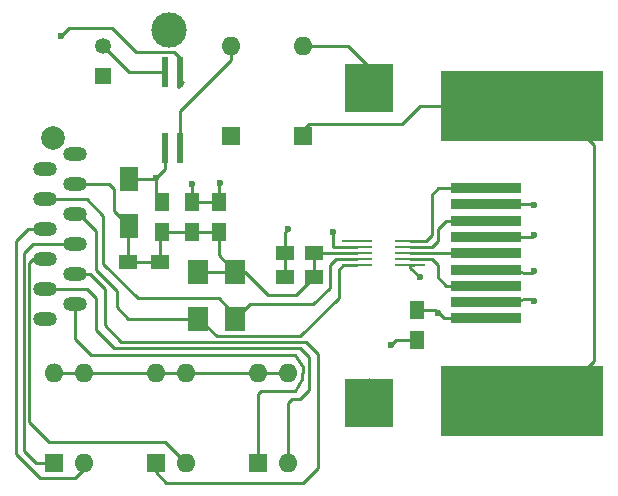
<source format=gbr>
G04 #@! TF.FileFunction,Copper,L1,Top,Signal*
%FSLAX46Y46*%
G04 Gerber Fmt 4.6, Leading zero omitted, Abs format (unit mm)*
G04 Created by KiCad (PCBNEW 4.0.5) date 02/15/17 17:48:56*
%MOMM*%
%LPD*%
G01*
G04 APERTURE LIST*
%ADD10C,0.100000*%
%ADD11R,2.500000X0.270000*%
%ADD12R,4.064000X4.064000*%
%ADD13R,1.600000X2.000000*%
%ADD14C,3.000000*%
%ADD15R,1.600000X1.600000*%
%ADD16O,1.600000X1.600000*%
%ADD17R,1.700000X2.000000*%
%ADD18R,1.250000X1.500000*%
%ADD19R,1.500000X1.250000*%
%ADD20R,1.500000X1.300000*%
%ADD21R,13.700000X6.000000*%
%ADD22R,6.000000X0.940000*%
%ADD23C,3.500000*%
%ADD24R,0.600000X2.500000*%
%ADD25R,1.350000X1.350000*%
%ADD26C,1.350000*%
%ADD27O,2.000000X1.200000*%
%ADD28C,2.000000*%
%ADD29C,0.600000*%
%ADD30C,0.250000*%
G04 APERTURE END LIST*
D10*
D11*
X185710000Y-107680000D03*
X190210000Y-107680000D03*
X185710000Y-107180000D03*
X190210000Y-107180000D03*
X185710000Y-106680000D03*
X190210000Y-106680000D03*
X185710000Y-106180000D03*
X190210000Y-106180000D03*
X185710000Y-105680000D03*
X190210000Y-105680000D03*
D12*
X186690000Y-119380000D03*
X186690000Y-92710000D03*
D13*
X166370000Y-104362000D03*
X166370000Y-100362000D03*
D14*
X169799000Y-87757000D03*
D15*
X168656000Y-124460000D03*
D16*
X171196000Y-116840000D03*
X171196000Y-124460000D03*
X168656000Y-116840000D03*
D15*
X181102000Y-96774000D03*
D16*
X181102000Y-89154000D03*
D15*
X160020000Y-124460000D03*
D16*
X162560000Y-116840000D03*
X162560000Y-124460000D03*
X160020000Y-116840000D03*
D15*
X177292000Y-124460000D03*
D16*
X179832000Y-116840000D03*
X179832000Y-124460000D03*
X177292000Y-116840000D03*
D15*
X175006000Y-96774000D03*
D16*
X175006000Y-89154000D03*
D17*
X172212000Y-108236000D03*
X172212000Y-112236000D03*
X175387000Y-108236000D03*
X175387000Y-112236000D03*
D18*
X171704000Y-104882000D03*
X171704000Y-102382000D03*
X173990000Y-104882000D03*
X173990000Y-102382000D03*
X190754000Y-111526000D03*
X190754000Y-114026000D03*
X169164000Y-104882000D03*
X169164000Y-102382000D03*
D19*
X182098000Y-108712000D03*
X179598000Y-108712000D03*
X182098000Y-106680000D03*
X179598000Y-106680000D03*
D20*
X166290000Y-107442000D03*
X168990000Y-107442000D03*
D21*
X199684000Y-119180000D03*
D22*
X196604000Y-103920000D03*
X196604000Y-102540000D03*
X196604000Y-105300000D03*
X196604000Y-106680000D03*
X196604000Y-101160000D03*
X196604000Y-112200000D03*
X196604000Y-110820000D03*
X196604000Y-109440000D03*
X196604000Y-108060000D03*
D21*
X199684000Y-94180000D03*
D23*
X197104000Y-94180000D03*
X197104000Y-119180000D03*
D24*
X170688000Y-97790000D03*
X170688000Y-91376500D03*
X169418000Y-97790000D03*
X169418000Y-91376500D03*
D25*
X164211000Y-91694000D03*
D26*
X164211000Y-89154000D03*
D27*
X161798000Y-98298000D03*
X159258000Y-99568000D03*
X161798000Y-100838000D03*
X159258000Y-102108000D03*
X161798000Y-103378000D03*
X159258000Y-104648000D03*
X161798000Y-105918000D03*
X159258000Y-107188000D03*
X161798000Y-108458000D03*
X159258000Y-109728000D03*
X161798000Y-110998000D03*
X159258000Y-112268000D03*
D28*
X159998000Y-96948000D03*
D29*
X188595000Y-114427000D03*
X186690000Y-119380000D03*
X174117000Y-100711000D03*
X200660000Y-110744000D03*
X200660000Y-108204000D03*
X200660000Y-105156000D03*
X200660000Y-102616000D03*
X171704000Y-100838000D03*
X183642000Y-104902000D03*
X179832000Y-104648000D03*
X168656000Y-100330000D03*
X192532000Y-111760000D03*
X191008000Y-108712000D03*
X200600000Y-117500000D03*
X160655000Y-88297000D03*
D30*
X161798000Y-100838000D02*
X164719000Y-100838000D01*
X165100000Y-103092000D02*
X166370000Y-104362000D01*
X165100000Y-101219000D02*
X165100000Y-103092000D01*
X164719000Y-100838000D02*
X165100000Y-101219000D01*
X175387000Y-108236000D02*
X176181000Y-108236000D01*
X176181000Y-108236000D02*
X178181000Y-110236000D01*
X180574000Y-110236000D02*
X182098000Y-108712000D01*
X178181000Y-110236000D02*
X180574000Y-110236000D01*
X172212000Y-108236000D02*
X175387000Y-108236000D01*
X173990000Y-104882000D02*
X173990000Y-106839000D01*
X173990000Y-106839000D02*
X175387000Y-108236000D01*
X171704000Y-104882000D02*
X173990000Y-104882000D01*
X169164000Y-104882000D02*
X171704000Y-104882000D01*
X168990000Y-107442000D02*
X166290000Y-107442000D01*
X166290000Y-107442000D02*
X166290000Y-104442000D01*
X166290000Y-104442000D02*
X166370000Y-104362000D01*
X173736000Y-105136000D02*
X173482000Y-104882000D01*
X169164000Y-104882000D02*
X168990000Y-105056000D01*
X168990000Y-105056000D02*
X168990000Y-107442000D01*
X182098000Y-106680000D02*
X185710000Y-106680000D01*
X182098000Y-108712000D02*
X182098000Y-106680000D01*
X169418000Y-97790000D02*
X169418000Y-99568000D01*
X169418000Y-99568000D02*
X168656000Y-100330000D01*
X188996000Y-114026000D02*
X190754000Y-114026000D01*
X188595000Y-114427000D02*
X188996000Y-114026000D01*
X173990000Y-102382000D02*
X173990000Y-100838000D01*
X173990000Y-100838000D02*
X174117000Y-100711000D01*
X171704000Y-102382000D02*
X173990000Y-102382000D01*
X186690000Y-92710000D02*
X186690000Y-90932000D01*
X186690000Y-90932000D02*
X184912000Y-89154000D01*
X184912000Y-89154000D02*
X181102000Y-89154000D01*
X186690000Y-119380000D02*
X186690000Y-117348000D01*
X195834000Y-110820000D02*
X200482000Y-110566000D01*
X200482000Y-110566000D02*
X200660000Y-110744000D01*
X195834000Y-108060000D02*
X200550000Y-108314000D01*
X200550000Y-108314000D02*
X200660000Y-108204000D01*
X200516000Y-105300000D02*
X195834000Y-105300000D01*
X200660000Y-105156000D02*
X200516000Y-105300000D01*
X195834000Y-102540000D02*
X200584000Y-102540000D01*
X200584000Y-102540000D02*
X200660000Y-102616000D01*
X171704000Y-102382000D02*
X171704000Y-100838000D01*
X173990000Y-102382000D02*
X173990000Y-102108000D01*
X185710000Y-106180000D02*
X183650000Y-106180000D01*
X183642000Y-106172000D02*
X183642000Y-104902000D01*
X183650000Y-106180000D02*
X183642000Y-106172000D01*
X179598000Y-106680000D02*
X179598000Y-104882000D01*
X179598000Y-104882000D02*
X179832000Y-104648000D01*
X179598000Y-108712000D02*
X179598000Y-106680000D01*
X168656000Y-100330000D02*
X168656000Y-101874000D01*
X168656000Y-101874000D02*
X169164000Y-102382000D01*
X168624000Y-100362000D02*
X166370000Y-100362000D01*
X168656000Y-100330000D02*
X168624000Y-100362000D01*
X186690000Y-119380000D02*
X186690000Y-118090000D01*
X169350000Y-102200000D02*
X169400000Y-102150000D01*
X195834000Y-112200000D02*
X193108000Y-112200000D01*
X192668000Y-111760000D02*
X192532000Y-111760000D01*
X193108000Y-112200000D02*
X192668000Y-111760000D01*
X190210000Y-107680000D02*
X190210000Y-107914000D01*
X192298000Y-111526000D02*
X190754000Y-111526000D01*
X192532000Y-111760000D02*
X192298000Y-111526000D01*
X190210000Y-107914000D02*
X191008000Y-108712000D01*
X190500000Y-107696000D02*
X190210000Y-107680000D01*
X169418000Y-91376500D02*
X166433500Y-91376500D01*
X166433500Y-91376500D02*
X164211000Y-89154000D01*
X177292000Y-116840000D02*
X179832000Y-116840000D01*
X171196000Y-116840000D02*
X177292000Y-116840000D01*
X168656000Y-116840000D02*
X171196000Y-116840000D01*
X162560000Y-116840000D02*
X168656000Y-116840000D01*
X160020000Y-116840000D02*
X162560000Y-116840000D01*
X160020000Y-116078000D02*
X160020000Y-116840000D01*
X161798000Y-103378000D02*
X162179000Y-103378000D01*
X162179000Y-103378000D02*
X163576000Y-104775000D01*
X163576000Y-104775000D02*
X163576000Y-108077000D01*
X163576000Y-108077000D02*
X165354000Y-109855000D01*
X165354000Y-109855000D02*
X165354000Y-111252000D01*
X165354000Y-111252000D02*
X166338000Y-112236000D01*
X166338000Y-112236000D02*
X172212000Y-112236000D01*
X185710000Y-107680000D02*
X184547000Y-107680000D01*
X184547000Y-107680000D02*
X184150000Y-108077000D01*
X184150000Y-108077000D02*
X184150000Y-110490000D01*
X184150000Y-110490000D02*
X180848000Y-113665000D01*
X180848000Y-113665000D02*
X173863000Y-113665000D01*
X173863000Y-113665000D02*
X172212000Y-112236000D01*
X172212000Y-112141000D02*
X172212000Y-112236000D01*
X175387000Y-112236000D02*
X175387000Y-111887000D01*
X175387000Y-111887000D02*
X173990000Y-110490000D01*
X162814000Y-102108000D02*
X159258000Y-102108000D01*
X164211000Y-103505000D02*
X162814000Y-102108000D01*
X164211000Y-107569000D02*
X164211000Y-103505000D01*
X167132000Y-110490000D02*
X164211000Y-107569000D01*
X173990000Y-110490000D02*
X167132000Y-110490000D01*
X185710000Y-107180000D02*
X183904000Y-107180000D01*
X176625000Y-110998000D02*
X175387000Y-112236000D01*
X181991000Y-110998000D02*
X176625000Y-110998000D01*
X183388000Y-109601000D02*
X181991000Y-110998000D01*
X183388000Y-107696000D02*
X183388000Y-109601000D01*
X183904000Y-107180000D02*
X183388000Y-107696000D01*
X162560000Y-124460000D02*
X162560000Y-124968000D01*
X162560000Y-124968000D02*
X161798000Y-125730000D01*
X157861000Y-104648000D02*
X159258000Y-104648000D01*
X156845000Y-105664000D02*
X157861000Y-104648000D01*
X156845000Y-123698000D02*
X156845000Y-105664000D01*
X158877000Y-125730000D02*
X156845000Y-123698000D01*
X161798000Y-125730000D02*
X158877000Y-125730000D01*
X160020000Y-124460000D02*
X158496000Y-124460000D01*
X158242000Y-105918000D02*
X161798000Y-105918000D01*
X157480000Y-106680000D02*
X158242000Y-105918000D01*
X157480000Y-123444000D02*
X157480000Y-106680000D01*
X158496000Y-124460000D02*
X157480000Y-123444000D01*
X159258000Y-107188000D02*
X158242000Y-107188000D01*
X169418000Y-122682000D02*
X171196000Y-124460000D01*
X159639000Y-122682000D02*
X169418000Y-122682000D01*
X157930002Y-120973002D02*
X159639000Y-122682000D01*
X157930002Y-107499998D02*
X157930002Y-120973002D01*
X158242000Y-107188000D02*
X157930002Y-107499998D01*
X168656000Y-124460000D02*
X168656000Y-125222000D01*
X168656000Y-125222000D02*
X169545000Y-126111000D01*
X163068000Y-108458000D02*
X161798000Y-108458000D01*
X164338000Y-109728000D02*
X163068000Y-108458000D01*
X164338000Y-112776000D02*
X164338000Y-109728000D01*
X165735000Y-114173000D02*
X164338000Y-112776000D01*
X181356000Y-114173000D02*
X165735000Y-114173000D01*
X182372000Y-115189000D02*
X181356000Y-114173000D01*
X182372000Y-124841000D02*
X182372000Y-115189000D01*
X181102000Y-126111000D02*
X182372000Y-124841000D01*
X169545000Y-126111000D02*
X181102000Y-126111000D01*
X179832000Y-124460000D02*
X179832000Y-119380000D01*
X162814000Y-109728000D02*
X159258000Y-109728000D01*
X163576000Y-110490000D02*
X162814000Y-109728000D01*
X163576000Y-113157000D02*
X163576000Y-110490000D01*
X165100000Y-114681000D02*
X163576000Y-113157000D01*
X180848000Y-114681000D02*
X165100000Y-114681000D01*
X181610000Y-115443000D02*
X180848000Y-114681000D01*
X181610000Y-118237000D02*
X181610000Y-115443000D01*
X180848000Y-118999000D02*
X181610000Y-118237000D01*
X180213000Y-118999000D02*
X180848000Y-118999000D01*
X179832000Y-119380000D02*
X180213000Y-118999000D01*
X177292000Y-124460000D02*
X177292000Y-118618000D01*
X161798000Y-113919000D02*
X161798000Y-110998000D01*
X163195000Y-115316000D02*
X161798000Y-113919000D01*
X180467000Y-115316000D02*
X163195000Y-115316000D01*
X181102000Y-116332000D02*
X180467000Y-115316000D01*
X181085142Y-117349824D02*
X181102000Y-116332000D01*
X180467000Y-118364000D02*
X181085142Y-117349824D01*
X177546000Y-118364000D02*
X180467000Y-118364000D01*
X177292000Y-118618000D02*
X177546000Y-118364000D01*
X170688000Y-97790000D02*
X170688000Y-94615000D01*
X175006000Y-90297000D02*
X175006000Y-89154000D01*
X170688000Y-94615000D02*
X175006000Y-90297000D01*
X181102000Y-96774000D02*
X181102000Y-96266000D01*
X181102000Y-96266000D02*
X181610000Y-95758000D01*
X181610000Y-95758000D02*
X189484000Y-95758000D01*
X189484000Y-95758000D02*
X191062000Y-94180000D01*
X191062000Y-94180000D02*
X199684000Y-94180000D01*
X199684000Y-119180000D02*
X202384000Y-119180000D01*
X202384000Y-119180000D02*
X205740000Y-115824000D01*
X205740000Y-115824000D02*
X205740000Y-97536000D01*
X205740000Y-97536000D02*
X202384000Y-94180000D01*
X202384000Y-94180000D02*
X199684000Y-94180000D01*
X195000000Y-95000000D02*
X193420000Y-95000000D01*
X195000000Y-117500000D02*
X200400000Y-117500000D01*
X200400000Y-117500000D02*
X200600000Y-117500000D01*
X170180000Y-89662000D02*
X170688000Y-90170000D01*
X167005000Y-89662000D02*
X170180000Y-89662000D01*
X164973000Y-87630000D02*
X167005000Y-89662000D01*
X161322000Y-87630000D02*
X164973000Y-87630000D01*
X160655000Y-88297000D02*
X161322000Y-87630000D01*
X170688000Y-90170000D02*
X170688000Y-91376500D01*
X170561000Y-92583000D02*
X170942000Y-92202000D01*
X190210000Y-107180000D02*
X192016000Y-107180000D01*
X193260000Y-109440000D02*
X195834000Y-109440000D01*
X192532000Y-108712000D02*
X193260000Y-109440000D01*
X192532000Y-107696000D02*
X192532000Y-108712000D01*
X192016000Y-107180000D02*
X192532000Y-107696000D01*
X190210000Y-106680000D02*
X195834000Y-106680000D01*
X190210000Y-106180000D02*
X192016000Y-106180000D01*
X193260000Y-103920000D02*
X195834000Y-103920000D01*
X192532000Y-104648000D02*
X193260000Y-103920000D01*
X192532000Y-105664000D02*
X192532000Y-104648000D01*
X192016000Y-106180000D02*
X192532000Y-105664000D01*
X195834000Y-101160000D02*
X192600000Y-101160000D01*
X191500000Y-105680000D02*
X190210000Y-105680000D01*
X192024000Y-105156000D02*
X191500000Y-105680000D01*
X192024000Y-101736000D02*
X192024000Y-105156000D01*
X192600000Y-101160000D02*
X192024000Y-101736000D01*
M02*

</source>
